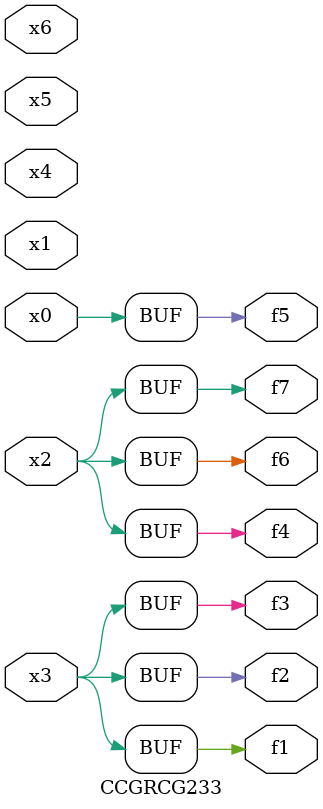
<source format=v>
module CCGRCG233(
	input x0, x1, x2, x3, x4, x5, x6,
	output f1, f2, f3, f4, f5, f6, f7
);
	assign f1 = x3;
	assign f2 = x3;
	assign f3 = x3;
	assign f4 = x2;
	assign f5 = x0;
	assign f6 = x2;
	assign f7 = x2;
endmodule

</source>
